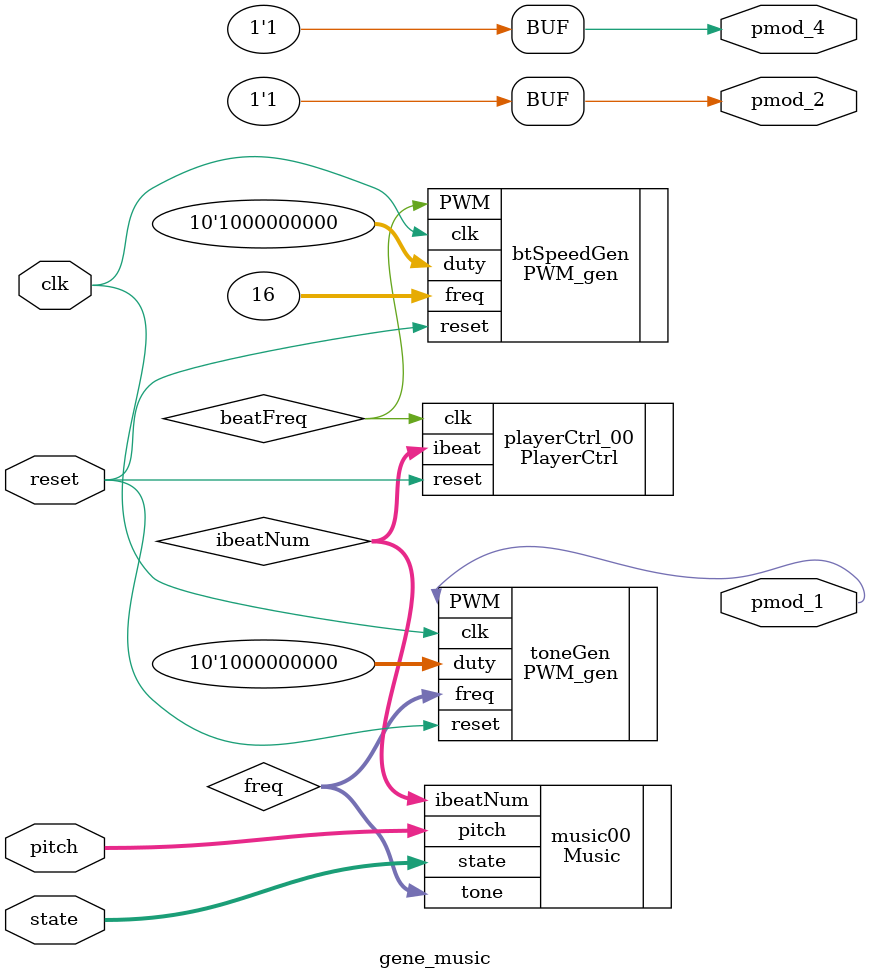
<source format=v>
module gene_music (
	input clk,
	input reset,
    input [3:0] state,
    input [1:0] pitch,
	output pmod_1,
	output pmod_2,
	output pmod_4
);
parameter BEAT_FREQ = 32'd16;	//one beat=0.125sec
parameter DUTY_BEST = 10'd512;	//duty cycle=50%


wire [31:0] freq;
wire [11:0] ibeatNum;
wire beatFreq;

assign pmod_2 = 1'd1;	//no gain(6dB)
assign pmod_4 = 1'd1;	//turn-on

//Generate beat speed
PWM_gen btSpeedGen ( .clk(clk), 
					 .reset(reset),
					 .freq(BEAT_FREQ),
					 .duty(DUTY_BEST), 
					 .PWM(beatFreq)
);
	
//manipulate beat
PlayerCtrl playerCtrl_00 ( .clk(beatFreq),
						   .reset(reset),
						   .ibeat(ibeatNum)
);	
	
//Generate variant freq. of tones
Music music00 ( .ibeatNum(ibeatNum),
                .state(state),
                .pitch(pitch),
				.tone(freq)
);

// Generate particular freq. signal
PWM_gen toneGen ( .clk(clk), 
				  .reset(reset), 
				  .freq(freq),
				  .duty(DUTY_BEST), 
				  .PWM(pmod_1)
);
endmodule
</source>
